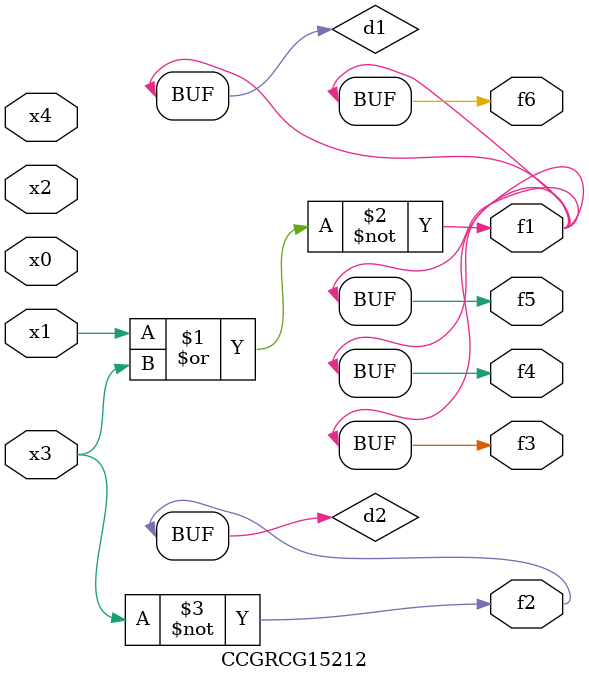
<source format=v>
module CCGRCG15212(
	input x0, x1, x2, x3, x4,
	output f1, f2, f3, f4, f5, f6
);

	wire d1, d2;

	nor (d1, x1, x3);
	not (d2, x3);
	assign f1 = d1;
	assign f2 = d2;
	assign f3 = d1;
	assign f4 = d1;
	assign f5 = d1;
	assign f6 = d1;
endmodule

</source>
